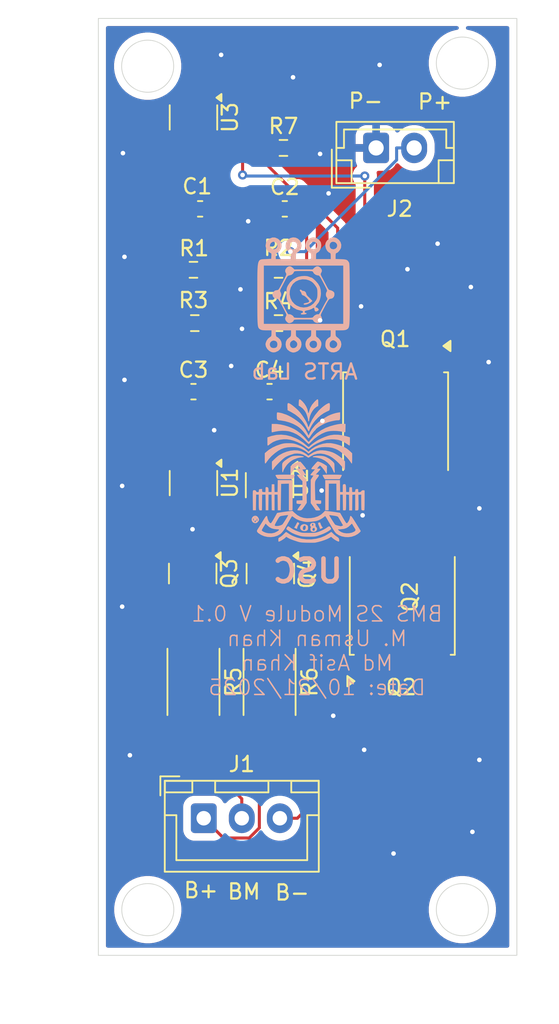
<source format=kicad_pcb>
(kicad_pcb (version 20241229) (generator "pcbnew") (generator_version "9.0")
  (layers (0 "F.Cu" signal) (2 "B.Cu" signal) (13 "F.Paste" user) (15 "B.Paste" user) (5 "F.SilkS" user "F.Silkscreen") (7 "B.SilkS" user "B.Silkscreen") (1 "F.Mask" user) (3 "B.Mask" user) (25 "Edge.Cuts" user))
  (net 0 "")
  (net 1 "Net-(J1-Pin_1)")
  (net 7 "GND")
  (net 8 "Net-(Q1-G)")
  (net 10 "Net-(J1-Pin_2)")
  (net 11 "Net-(Q3-S)")
  (net 12 "Net-(U3-IO3)")
  (net 13 "Net-(Q4-S)")
  (net 14 "Net-(U3-IO2)")
  (net 15 "Net-(U3-VP)")
  (net 16 "Net-(U1-GND)")
  (net 17 "Net-(U2-GND)")
  (net 18 "Net-(J1-Pin_3)")
  (net 19 "Net-(Q1-D)")
  (net 20 "Net-(Q2-D)")
  (net 21 "Net-(Q3-D)")
  (net 22 "Net-(Q4-D)")
  (footprint "Package_TO_SOT_SMD:SOT-23" (layer "F.Cu") (at 144.05 96.9375 -90)
    (property "Reference" "Q4" (at 0 -2.4 90) (layer "F.SilkS"))
    (property "Value" "PMOS")
    (pad "1" smd roundrect (at -0.9375 -0.95 270) (size 1.475 0.6) (layers "F.Cu" "F.Mask" "F.Paste") (net 22 "Net-(Q4-D)"))
    (pad "2" smd roundrect (at -0.9375 0.95 270) (size 1.475 0.6) (layers "F.Cu" "F.Mask" "F.Paste") (net 10 "Net-(J1-Pin_2)"))
    (pad "3" smd roundrect (at 0.9375 0 270) (size 1.475 0.6) (layers "F.Cu" "F.Mask" "F.Paste") (net 13 "Net-(Q4-S)"))
  )
  (footprint "Package_TO_SOT_SMD:SOT-23" (layer "F.Cu") (at 138.95 96.9375 -90)
    (property "Reference" "Q3" (at 0 -2.4 90) (layer "F.SilkS"))
    (property "Value" "PMOS")
    (pad "1" smd roundrect (at -0.9375 -0.95 270) (size 1.475 0.6) (layers "F.Cu" "F.Mask" "F.Paste") (net 21 "Net-(Q3-D)"))
    (pad "2" smd roundrect (at -0.9375 0.95 270) (size 1.475 0.6) (layers "F.Cu" "F.Mask" "F.Paste") (net 18 "Net-(J1-Pin_3)"))
    (pad "3" smd roundrect (at 0.9375 0 270) (size 1.475 0.6) (layers "F.Cu" "F.Mask" "F.Paste") (net 11 "Net-(Q3-S)"))
  )
  (footprint "Package_TO_SOT_SMD:SOT-23-6" (layer "F.Cu") (at 139 91 -90)
    (property "Reference" "U1" (at 0 -2.4 90) (layer "F.SilkS"))
    (property "Value" "SN74LVC2G14DBV")
    (pad "1" smd roundrect (at -1.1375 -0.95 270) (size 1.325 0.6) (layers "F.Cu" "F.Mask" "F.Paste"))
    (pad "2" smd roundrect (at -1.1375 0 270) (size 1.325 0.6) (layers "F.Cu" "F.Mask" "F.Paste") (net 16 "Net-(U1-GND)"))
    (pad "3" smd roundrect (at -1.1375 0.95 270) (size 1.325 0.6) (layers "F.Cu" "F.Mask" "F.Paste") (net 18 "Net-(J1-Pin_3)"))
    (pad "4" smd roundrect (at 1.1375 0.95 270) (size 1.325 0.6) (layers "F.Cu" "F.Mask" "F.Paste"))
    (pad "5" smd roundrect (at 1.1375 0 270) (size 1.325 0.6) (layers "F.Cu" "F.Mask" "F.Paste"))
    (pad "6" smd roundrect (at 1.1375 -0.95 270) (size 1.325 0.6) (layers "F.Cu" "F.Mask" "F.Paste") (net 21 "Net-(Q3-D)"))
  )
  (footprint "Capacitor_SMD:C_0603_1608Metric_Pad1.08x0.95mm_HandSolder" (layer "F.Cu") (at 139.4375 73)
    (property "Reference" "C1" (at -0.1947 -1.4736 0) (layer "F.SilkS"))
    (property "Value" "C")
    (pad "1" smd roundrect (at -0.8625 0) (size 1.075 0.95) (layers "F.Cu" "F.Mask" "F.Paste") (net 12 "Net-(U3-IO3)"))
    (pad "2" smd roundrect (at 0.8625 0) (size 1.075 0.95) (layers "F.Cu" "F.Mask" "F.Paste") (net 18 "Net-(J1-Pin_3)"))
  )
  (footprint "Resistor_SMD:R_2512_6332Metric_Pad1.40x3.35mm_HandSolder" (layer "F.Cu") (at 139 104.05 -90)
    (property "Reference" "R5" (at 0 -2.63 90) (layer "F.SilkS"))
    (property "Value" "68.5")
    (pad "1" smd roundrect (at -3.05 0 270) (size 1.4 3.35) (layers "F.Cu" "F.Mask" "F.Paste") (roundrect_rratio 0.178571) (net 11 "Net-(Q3-S)"))
    (pad "2" smd roundrect (at 3.05 0 270) (size 1.4 3.35) (layers "F.Cu" "F.Mask" "F.Paste") (roundrect_rratio 0.178571) (net 10 "Net-(J1-Pin_2)"))
  )
  (footprint "Package_TO_SOT_SMD:TO-252-2" (layer "F.Cu") (at 152.72 98.96 90)
    (property "Reference" "Q2" (at 0.5 0.5 90) (layer "F.SilkS"))
    (property "Value" "NMOS")
    (fp_text user "${REFERENCE}" (at -5.44 -0.07 0) (layer "F.SilkS"))
    (pad "1" smd roundrect (at -5.04 -2.28 90) (size 2.2 1.2) (layers "F.Cu" "F.Mask" "F.Paste") (roundrect_rratio 0.208333) (net 20 "Net-(Q2-D)"))
    (pad "2" smd roundrect (at 1.26 0 90) (size 6.4 5.8) (layers "F.Cu" "F.Mask") (roundrect_rratio 0.043103) (net 8 "Net-(Q1-G)"))
    (pad "3" smd roundrect (at -5.04 2.28 90) (size 2.2 1.2) (layers "F.Cu" "F.Mask" "F.Paste") (roundrect_rratio 0.208333) (net 18 "Net-(J1-Pin_3)"))
  )
  (footprint "Resistor_SMD:R_0603_1608Metric_Pad0.98x0.95mm_HandSolder" (layer "F.Cu") (at 144.9125 69)
    (property "Reference" "R7" (at 0 -1.43 0) (layer "F.SilkS"))
    (property "Value" "2k")
    (pad "1" smd roundrect (at -0.9125 0) (size 0.975 0.95) (layers "F.Cu" "F.Mask" "F.Paste") (net 14 "Net-(U3-IO2)"))
    (pad "2" smd roundrect (at 0.9125 0) (size 0.975 0.95) (layers "F.Cu" "F.Mask" "F.Paste") (net 7 "GND"))
  )
  (footprint "Capacitor_SMD:C_0603_1608Metric_Pad1.08x0.95mm_HandSolder" (layer "F.Cu") (at 144 85)
    (property "Reference" "C4" (at 0 -1.43 0) (layer "F.SilkS"))
    (property "Value" "C")
    (pad "1" smd roundrect (at -0.8625 0) (size 1.075 0.95) (layers "F.Cu" "F.Mask" "F.Paste") (net 10 "Net-(J1-Pin_2)"))
    (pad "2" smd roundrect (at 0.8625 0) (size 1.075 0.95) (layers "F.Cu" "F.Mask" "F.Paste") (net 17 "Net-(U2-GND)"))
  )
  (footprint "Capacitor_SMD:C_0603_1608Metric_Pad1.08x0.95mm_HandSolder" (layer "F.Cu") (at 145 73)
    (property "Reference" "C2" (at 0 -1.43 0) (layer "F.SilkS"))
    (property "Value" "C")
    (pad "1" smd roundrect (at -0.8625 0) (size 1.075 0.95) (layers "F.Cu" "F.Mask" "F.Paste") (net 15 "Net-(U3-VP)"))
    (pad "2" smd roundrect (at 0.8625 0) (size 1.075 0.95) (layers "F.Cu" "F.Mask" "F.Paste") (net 18 "Net-(J1-Pin_3)"))
  )
  (footprint "Resistor_SMD:R_0603_1608Metric_Pad0.98x0.95mm_HandSolder" (layer "F.Cu") (at 144.5875 77)
    (property "Reference" "R2" (at 0 -1.43 0) (layer "F.SilkS"))
    (property "Value" "330")
    (pad "1" smd roundrect (at -0.9125 0) (size 0.975 0.95) (layers "F.Cu" "F.Mask" "F.Paste") (net 15 "Net-(U3-VP)"))
    (pad "2" smd roundrect (at 0.9125 0) (size 0.975 0.95) (layers "F.Cu" "F.Mask" "F.Paste") (net 1 "Net-(J1-Pin_1)"))
  )
  (footprint "Resistor_SMD:R_0603_1608Metric_Pad0.98x0.95mm_HandSolder" (layer "F.Cu") (at 139 77)
    (property "Reference" "R1" (hide yes))
    (property "Value" "330")
    (pad "1" smd roundrect (at -0.9125 0) (size 0.975 0.95) (layers "F.Cu" "F.Mask" "F.Paste") (net 10 "Net-(J1-Pin_2)"))
    (pad "2" smd roundrect (at 0.9125 0) (size 0.975 0.95) (layers "F.Cu" "F.Mask" "F.Paste") (net 12 "Net-(U3-IO3)"))
  )
  (footprint "Resistor_SMD:R_2512_6332Metric_Pad1.40x3.35mm_HandSolder" (layer "F.Cu") (at 144 104.05 -90)
    (property "Reference" "R6" (at 0 -2.63 90) (layer "F.SilkS"))
    (property "Value" "68.5")
    (pad "1" smd roundrect (at -3.05 0 270) (size 1.4 3.35) (layers "F.Cu" "F.Mask" "F.Paste") (roundrect_rratio 0.178571) (net 13 "Net-(Q4-S)"))
    (pad "2" smd roundrect (at 3.05 0 270) (size 1.4 3.35) (layers "F.Cu" "F.Mask" "F.Paste") (roundrect_rratio 0.178571) (net 1 "Net-(J1-Pin_1)"))
  )
  (footprint "Connector_JST:JST_EH_B2B-EH-A_1x02_P2.50mm_Vertical" (layer "F.Cu") (at 151 69)
    (property "Reference" "J2" (at 1.5524 3.9996 0) (layer "F.SilkS"))
    (property "Value" "Conn_01x02_Pin" (hide yes))
    (pad "1" thru_hole roundrect (at 0 0) (size 1.7 2) (drill 1) (layers "*.Cu" "*.Mask") (roundrect_rratio 0.147059) (net 7 "GND"))
    (pad "2" thru_hole oval (at 2.5 0) (size 1.7 2) (drill 1) (layers "*.Cu" "*.Mask") (net 1 "Net-(J1-Pin_1)"))
  )
  (footprint "Capacitor_SMD:C_0603_1608Metric_Pad1.08x0.95mm_HandSolder" (layer "F.Cu") (at 139 85)
    (property "Reference" "C3" (at 0 -1.43 0) (layer "F.SilkS"))
    (property "Value" "C")
    (pad "1" smd roundrect (at -0.8625 0) (size 1.075 0.95) (layers "F.Cu" "F.Mask" "F.Paste") (net 18 "Net-(J1-Pin_3)"))
    (pad "2" smd roundrect (at 0.8625 0) (size 1.075 0.95) (layers "F.Cu" "F.Mask" "F.Paste") (net 16 "Net-(U1-GND)"))
  )
  (footprint "Package_TO_SOT_SMD:SOT-23-6" (layer "F.Cu") (at 139 67 -90)
    (property "Reference" "U3" (at 0 -2.4 90) (layer "F.SilkS"))
    (property "Value" "CDSOT236-0504C")
    (pad "1" smd roundrect (at -1.1375 -0.95 270) (size 1.325 0.6) (layers "F.Cu" "F.Mask" "F.Paste") (net 20 "Net-(Q2-D)"))
    (pad "2" smd roundrect (at -1.1375 0 270) (size 1.325 0.6) (layers "F.Cu" "F.Mask" "F.Paste") (net 19 "Net-(Q1-D)"))
    (pad "3" smd roundrect (at -1.1375 0.95 270) (size 1.325 0.6) (layers "F.Cu" "F.Mask" "F.Paste") (net 14 "Net-(U3-IO2)"))
    (pad "4" smd roundrect (at 1.1375 0.95 270) (size 1.325 0.6) (layers "F.Cu" "F.Mask" "F.Paste") (net 12 "Net-(U3-IO3)"))
    (pad "5" smd roundrect (at 1.1375 0 270) (size 1.325 0.6) (layers "F.Cu" "F.Mask" "F.Paste") (net 15 "Net-(U3-VP)"))
    (pad "6" smd roundrect (at 1.1375 -0.95 270) (size 1.325 0.6) (layers "F.Cu" "F.Mask" "F.Paste") (net 18 "Net-(J1-Pin_3)"))
  )
  (footprint "Connector_JST:JST_XH_B3B-XH-A_1x03_P2.50mm_Vertical" (layer "F.Cu") (at 139.675 113)
    (property "Reference" "J1" (at 2.5 -3.55 0) (layer "F.SilkS"))
    (property "Value" "Conn_01x03_Pin" (hide yes))
    (pad "1" thru_hole roundrect (at 0 0) (size 1.7 1.95) (drill 0.95) (layers "*.Cu" "*.Mask") (roundrect_rratio 0.147059) (net 1 "Net-(J1-Pin_1)"))
    (pad "2" thru_hole oval (at 2.5 0) (size 1.7 1.95) (drill 0.95) (layers "*.Cu" "*.Mask") (net 10 "Net-(J1-Pin_2)"))
    (pad "3" thru_hole oval (at 5 0) (size 1.7 1.95) (drill 0.95) (layers "*.Cu" "*.Mask") (net 18 "Net-(J1-Pin_3)"))
  )
  (footprint "Resistor_SMD:R_0603_1608Metric_Pad0.98x0.95mm_HandSolder" (layer "F.Cu") (at 139.0875 80.5)
    (property "Reference" "R3" (at -0.0875 -1.5 0) (layer "F.SilkS"))
    (property "Value" "101")
    (pad "1" smd roundrect (at -0.9125 0) (size 0.975 0.95) (layers "F.Cu" "F.Mask" "F.Paste") (net 16 "Net-(U1-GND)"))
    (pad "2" smd roundrect (at 0.9125 0) (size 0.975 0.95) (layers "F.Cu" "F.Mask" "F.Paste") (net 10 "Net-(J1-Pin_2)"))
  )
  (footprint "Package_TO_SOT_SMD:TO-252-2" (layer "F.Cu") (at 152.28 87.04 -90)
    (property "Reference" "Q1" (at -5.49 0.03 0) (layer "F.SilkS"))
    (property "Value" "NMOS")
    (pad "1" smd roundrect (at -5.04 -2.28 270) (size 2.2 1.2) (layers "F.Cu" "F.Mask" "F.Paste") (roundrect_rratio 0.208333) (net 19 "Net-(Q1-D)"))
    (pad "2" smd roundrect (at 1.26 0 270) (size 6.4 5.8) (layers "F.Cu" "F.Mask") (roundrect_rratio 0.043103) (net 8 "Net-(Q1-G)"))
    (pad "3" smd roundrect (at -5.04 2.28 270) (size 2.2 1.2) (layers "F.Cu" "F.Mask" "F.Paste") (roundrect_rratio 0.208333) (net 7 "GND"))
  )
  (footprint "Resistor_SMD:R_0603_1608Metric_Pad0.98x0.95mm_HandSolder" (layer "F.Cu") (at 144.5875 80.5)
    (property "Reference" "R4" (at 0 -1.43 0) (layer "F.SilkS"))
    (property "Value" "101")
    (pad "1" smd roundrect (at -0.9125 0) (size 0.975 0.95) (layers "F.Cu" "F.Mask" "F.Paste") (net 17 "Net-(U2-GND)"))
    (pad "2" smd roundrect (at 0.9125 0) (size 0.975 0.95) (layers "F.Cu" "F.Mask" "F.Paste") (net 1 "Net-(J1-Pin_1)"))
  )
  (footprint "Package_TO_SOT_SMD:SOT-23-6" (layer "F.Cu") (at 144 91.1375 -90)
    (property "Reference" "U2" (at -0.1375 -2 90) (layer "F.SilkS"))
    (property "Value" "SN74LVC2G14DBV")
    (pad "1" smd roundrect (at -1.1375 -0.95 270) (size 1.325 0.6) (layers "F.Cu" "F.Mask" "F.Paste"))
    (pad "2" smd roundrect (at -1.1375 0 270) (size 1.325 0.6) (layers "F.Cu" "F.Mask" "F.Paste") (net 17 "Net-(U2-GND)"))
    (pad "3" smd roundrect (at -1.1375 0.95 270) (size 1.325 0.6) (layers "F.Cu" "F.Mask" "F.Paste") (net 10 "Net-(J1-Pin_2)"))
    (pad "4" smd roundrect (at 1.1375 0.95 270) (size 1.325 0.6) (layers "F.Cu" "F.Mask" "F.Paste"))
    (pad "5" smd roundrect (at 1.1375 0 270) (size 1.325 0.6) (layers "F.Cu" "F.Mask" "F.Paste"))
    (pad "6" smd roundrect (at 1.1375 -0.95 270) (size 1.325 0.6) (layers "F.Cu" "F.Mask" "F.Paste") (net 22 "Net-(Q4-D)"))
  )
  (footprint "LOGO" (layer "B.Cu") (at 146.304 78.6892)
    (property "Reference" "ARTS Lab" (at 0 5 0) (layer "B.SilkS") (effects (justify mirror)))
    (property "Value" "LOGO" (hide yes))
  )
  (footprint "LOGO" (layer "B.Cu") (at 146.5072 90.2716 180)
    (property "Reference" "USC" (at 0 -6.5 0) (layer "B.SilkS") (effects (font (size 1.5 1.5) (thickness 0.3)) (justify mirror)))
    (property "Value" "UofSC" (hide yes))
  )
  (gr_circle (center 136 119) (end 135.1788 117.5004) (stroke (width 0.05)) (fill no) (layer "Edge.Cuts"))
  (gr_rect (start 132.75 60.5) (end 160.25 122) (stroke (width 0.05)) (fill no) (layer "Edge.Cuts"))
  (gr_circle (center 156.6672 119) (end 155.846 117.5004) (stroke (width 0.05)) (fill no) (layer "Edge.Cuts"))
  (gr_circle (center 156.6672 63.431728) (end 155.846 61.932128) (stroke (width 0.05)) (fill no) (layer "Edge.Cuts"))
  (gr_circle (center 135.9916 63.634928) (end 135.1704 62.135328) (stroke (width 0.05)) (fill no) (layer "Edge.Cuts"))
  (gr_text "B-" (at 144.272 118.4656 0) (layer "F.SilkS") (effects (font (size 1 1)) (justify left bottom)))
  (gr_text "P-" (at 149.1 66.5 0) (layer "F.SilkS") (effects (font (size 1 1)) (justify left bottom)))
  (gr_text "R1" (at 139.0396 75.5904 0) (layer "F.SilkS") (effects (font (size 1 1))))
  (gr_text "P+" (at 153.65 66.55 0) (layer "F.SilkS") (effects (font (size 1 1)) (justify left bottom)))
  (gr_text "BM" (at 141.15 118.4 0) (layer "F.SilkS") (effects (font (size 1 1)) (justify left bottom)))
  (gr_text "B+" (at 138.2776 118.3132 0) (layer "F.SilkS") (effects (font (size 1 1)) (justify left bottom)))
  (gr_text "BMS 2S Module V 0.1\nM. Usman Khan\nMd Asif Khan\nDate: 10/21/2025" (at 147.1168 105.0036 0) (layer "B.SilkS") (effects (font (size 1 1) (thickness 0.1)) (justify bottom mirror)))
  (segment (start 143.3283 113.633) (end 143.3283 107.7717) (width 0.2) (layer "F.Cu") (net 1))
  (segment (start 143.3283 107.7717) (end 144 107.1) (width 0.2) (layer "F.Cu") (net 1))
  (segment (start 145.5 77) (end 145.5 80.5) (width 0.2) (layer "F.Cu") (net 1))
  (segment (start 145.5 80.5) (end 146.0102 81.0102) (width 0.2) (layer "F.Cu") (net 1))
  (segment (start 142.6635 114.2978) (end 143.3283 113.633) (width 0.2) (layer "F.Cu") (net 1))
  (segment (start 146.0102 105.0898) (end 144 107.1) (width 0.2) (layer "F.Cu") (net 1))
  (segment (start 146.0102 81.0102) (end 146.0102 105.0898) (width 0.2) (layer "F.Cu") (net 1))
  (segment (start 139.675 113) (end 140.9728 114.2978) (width 0.2) (layer "F.Cu") (net 1))
  (segment (start 140.9728 114.2978) (end 142.6635 114.2978) (width 0.2) (layer "F.Cu") (net 1))
  (segment (start 145.5 75.9384) (end 145.5 77) (width 0.2) (layer "F.Cu") (net 1))
  (segment (start 145.3688 75.8072) (end 145.5 75.9384) (width 0.2) (layer "F.Cu") (net 1))
  (via (at 145.3688 75.8072) (size 0.6) (drill 0.3) (layers "F.Cu" "B.Cu") (net 1))
  (segment (start 152.3483 69.7918) (end 146.3329 75.8072) (width 0.2) (layer "B.Cu") (net 1))
  (segment (start 152.3483 69) (end 152.3483 69.7918) (width 0.2) (layer "B.Cu") (net 1))
  (segment (start 146.3329 75.8072) (end 145.3688 75.8072) (width 0.2) (layer "B.Cu") (net 1))
  (segment (start 153.5 69) (end 152.3483 69) (width 0.2) (layer "B.Cu") (net 1))
  (via (at 157.226 78.1304) (size 0.6) (drill 0.3) (layers "F.Cu" "B.Cu") (net 7))
  (via (at 134.4676 76.1492) (size 0.6) (drill 0.3) (layers "F.Cu" "B.Cu") (net 7))
  (via (at 138.938 94.0308) (size 0.6) (drill 0.3) (layers "F.Cu" "B.Cu") (net 7))
  (via (at 134.366 69.342) (size 0.6) (drill 0.3) (layers "F.Cu" "B.Cu") (net 7))
  (via (at 155.0416 75.2856) (size 0.6) (drill 0.3) (layers "F.Cu" "B.Cu") (net 7))
  (via (at 153.0604 76.962) (size 0.6) (drill 0.3) (layers "F.Cu" "B.Cu") (net 7))
  (via (at 134.8232 108.8644) (size 0.6) (drill 0.3) (layers "F.Cu" "B.Cu") (net 7))
  (via (at 134.4676 84.2264) (size 0.6) (drill 0.3) (layers "F.Cu" "B.Cu") (net 7))
  (via (at 142.0876 78.2828) (size 0.6) (drill 0.3) (layers "F.Cu" "B.Cu") (net 7))
  (via (at 140.3604 87.5284) (size 0.6) (drill 0.3) (layers "F.Cu" "B.Cu") (net 7))
  (via (at 152.146 115.316) (size 0.6) (drill 0.3) (layers "F.Cu" "B.Cu") (net 7))
  (via (at 151.2316 63.5508) (size 0.6) (drill 0.3) (layers "F.Cu" "B.Cu") (net 7))
  (via (at 147.32 80.3148) (size 0.6) (drill 0.3) (layers "F.Cu" "B.Cu") (net 7))
  (via (at 150.114 93.1164) (size 0.6) (drill 0.3) (layers "F.Cu" "B.Cu") (net 7))
  (via (at 150.2156 108.5088) (size 0.6) (drill 0.3) (layers "F.Cu" "B.Cu") (net 7))
  (via (at 147.4724 86.9188) (size 0.6) (drill 0.3) (layers "F.Cu" "B.Cu") (net 7))
  (via (at 145.542 64.3636) (size 0.6) (drill 0.3) (layers "F.Cu" "B.Cu") (net 7))
  (via (at 158.3944 83.058) (size 0.6) (drill 0.3) (layers "F.Cu" "B.Cu") (net 7))
  (via (at 157.7848 109.1692) (size 0.6) (drill 0.3) (layers "F.Cu" "B.Cu") (net 7))
  (via (at 141.478 83.312) (size 0.6) (drill 0.3) (layers "F.Cu" "B.Cu") (net 7))
  (via (at 150.0124 79.4004) (size 0.6) (drill 0.3) (layers "F.Cu" "B.Cu") (net 7))
  (via (at 157.3276 113.8936) (size 0.6) (drill 0.3) (layers "F.Cu" "B.Cu") (net 7))
  (via (at 142.5956 73.8124) (size 0.6) (drill 0.3) (layers "F.Cu" "B.Cu") (net 7))
  (via (at 142.1892 80.8736) (size 0.6) (drill 0.3) (layers "F.Cu" "B.Cu") (net 7))
  (via (at 147.32 69.3928) (size 0.6) (drill 0.3) (layers "F.Cu" "B.Cu") (net 7))
  (via (at 140.8176 62.8904) (size 0.6) (drill 0.3) (layers "F.Cu" "B.Cu") (net 7))
  (via (at 134.3152 91.186) (size 0.6) (drill 0.3) (layers "F.Cu" "B.Cu") (net 7))
  (via (at 147.4216 91.4908) (size 0.6) (drill 0.3) (layers "F.Cu" "B.Cu") (net 7))
  (via (at 157.7848 92.6592) (size 0.6) (drill 0.3) (layers "F.Cu" "B.Cu") (net 7))
  (via (at 148.1836 106.2736) (size 0.6) (drill 0.3) (layers "F.Cu" "B.Cu") (net 7))
  (via (at 147.8788 71.9836) (size 0.6) (drill 0.3) (layers "F.Cu" "B.Cu") (net 7))
  (via (at 134.3152 99.1108) (size 0.6) (drill 0.3) (layers "F.Cu" "B.Cu") (net 7))
  (segment (start 152.72 97.7) (end 152.28 97.26) (width 0.2) (layer "F.Cu") (net 8))
  (segment (start 152.28 97.26) (end 152.28 88.3) (width 0.2) (layer "F.Cu") (net 8))
  (segment (start 143.05 85.0898) (end 143.05 83.55) (width 0.2) (layer "F.Cu") (net 10))
  (segment (start 142.175 113) (end 142.175 111.7233) (width 0.2) (layer "F.Cu") (net 10))
  (segment (start 143.1 96) (end 141.5001 97.5999) (width 0.2) (layer "F.Cu") (net 10))
  (segment (start 142.4243 95.3243) (end 143.1 96) (width 0.2) (layer "F.Cu") (net 10))
  (segment (start 141.5001 111.0484) (end 142.175 111.7233) (width 0.2) (layer "F.Cu") (net 10))
  (segment (start 138.0875 77) (end 140 78.9125) (width 0.2) (layer "F.Cu") (net 10))
  (segment (start 140 78.9125) (end 140 80.5) (width 0.2) (layer "F.Cu") (net 10))
  (segment (start 143.05 85.0875) (end 143.1375 85) (width 0.2) (layer "F.Cu") (net 10))
  (segment (start 143.05 85.0898) (end 143.05 85.0875) (width 0.2) (layer "F.Cu") (net 10))
  (segment (start 143.05 83.55) (end 140 80.5) (width 0.2) (layer "F.Cu") (net 10))
  (segment (start 141.5001 107.1) (end 139 107.1) (width 0.2) (layer "F.Cu") (net 10))
  (segment (start 141.5001 97.5999) (end 141.5001 107.1) (width 0.2) (layer "F.Cu") (net 10))
  (segment (start 143.05 90) (end 143.05 85.0898) (width 0.2) (layer "F.Cu") (net 10))
  (segment (start 143.05 90) (end 142.4243 90.6257) (width 0.2) (layer "F.Cu") (net 10))
  (segment (start 142.4243 90.6257) (end 142.4243 95.3243) (width 0.2) (layer "F.Cu") (net 10))
  (segment (start 141.5001 107.1) (end 141.5001 111.0484) (width 0.2) (layer "F.Cu") (net 10))
  (segment (start 138.95 97.875) (end 139 97.925) (width 0.2) (layer "F.Cu") (net 11))
  (segment (start 139 97.925) (end 139 101) (width 0.2) (layer "F.Cu") (net 11))
  (segment (start 138.575 75.6625) (end 139.9125 77) (width 0.2) (layer "F.Cu") (net 12))
  (segment (start 138.575 73) (end 138.575 75.6625) (width 0.2) (layer "F.Cu") (net 12))
  (segment (start 138.05 72.475) (end 138.05 68.1375) (width 0.2) (layer "F.Cu") (net 12))
  (segment (start 138.575 73) (end 138.05 72.475) (width 0.2) (layer "F.Cu") (net 12))
  (segment (start 144.05 100.95) (end 144.05 97.875) (width 0.2) (layer "F.Cu") (net 13))
  (segment (start 144 101) (end 144.05 100.95) (width 0.2) (layer "F.Cu") (net 13))
  (segment (start 144 68.5823) (end 140.3094 64.8917) (width 0.2) (layer "F.Cu") (net 14))
  (segment (start 144 69) (end 144 68.5823) (width 0.2) (layer "F.Cu") (net 14))
  (segment (start 138.6549 64.8917) (end 138.05 65.4966) (width 0.2) (layer "F.Cu") (net 14))
  (segment (start 140.3094 64.8917) (end 138.6549 64.8917) (width 0.2) (layer "F.Cu") (net 14))
  (segment (start 138.05 65.4966) (end 138.05 65.8625) (width 0.2) (layer "F.Cu") (net 14))
  (segment (start 144.1375 76.5375) (end 143.675 77) (width 0.2) (layer "F.Cu") (net 15))
  (segment (start 143.675 77) (end 142.9812 77) (width 0.2) (layer "F.Cu") (net 15))
  (segment (start 139 71.8747) (end 139 68.1375) (width 0.2) (layer "F.Cu") (net 15))
  (segment (start 139.4375 72.3122) (end 139 71.8747) (width 0.2) (layer "F.Cu") (net 15))
  (segment (start 144.1375 73) (end 144.1375 76.5375) (width 0.2) (layer "F.Cu") (net 15))
  (segment (start 139.4375 73.4563) (end 139.4375 72.3122) (width 0.2) (layer "F.Cu") (net 15))
  (segment (start 142.9812 77) (end 139.4375 73.4563) (width 0.2) (layer "F.Cu") (net 15))
  (segment (start 138.175 80.5) (end 139.8625 82.1875) (width 0.2) (layer "F.Cu") (net 16))
  (segment (start 139 85.8625) (end 139.8625 85) (width 0.2) (layer "F.Cu") (net 16))
  (segment (start 139 89.8625) (end 139 85.8625) (width 0.2) (layer "F.Cu") (net 16))
  (segment (start 139.8625 82.1875) (end 139.8625 85) (width 0.2) (layer "F.Cu") (net 16))
  (segment (start 144 85.254) (end 144.254 85) (width 0.2) (layer "F.Cu") (net 17))
  (segment (start 144.254 81.079) (end 143.675 80.5) (width 0.2) (layer "F.Cu") (net 17))
  (segment (start 144 90) (end 144 85.254) (width 0.2) (layer "F.Cu") (net 17))
  (segment (start 144.254 85) (end 144.8625 85) (width 0.2) (layer "F.Cu") (net 17))
  (segment (start 144.254 85) (end 144.254 81.079) (width 0.2) (layer "F.Cu") (net 17))
  (segment (start 139.95 68.1375) (end 140.3 68.4875) (width 0.2) (layer "F.Cu") (net 18))
  (segment (start 137.7104 67.1235) (end 137.2759 67.558) (width 0.2) (layer "F.Cu") (net 18))
  (segment (start 138.05 86.6738) (end 138.05 87.4337) (width 0.2) (layer "F.Cu") (net 18))
  (segment (start 138.05 85.4398) (end 138.05 85.4811) (width 0.2) (layer "F.Cu") (net 18))
  (segment (start 147.0034 111.8166) (end 146.56 112.26) (width 0.2) (layer "F.Cu") (net 18))
  (segment (start 138.05 85.4811) (end 138.05 85.7815) (width 0.2) (layer "F.Cu") (net 18))
  (segment (start 139.95 67.7427) (end 139.3308 67.1235) (width 0.2) (layer "F.Cu") (net 18))
  (segment (start 153.425 111.8166) (end 147.0034 111.8166) (width 0.2) (layer "F.Cu") (net 18))
  (segment (start 138.05 85.7815) (end 138.05 86.6738) (width 0.2) (layer "F.Cu") (net 18))
  (segment (start 138.05 87.475) (end 138.05 89.8625) (width 0.2) (layer "F.Cu") (net 18))
  (segment (start 145.0674 72.2049) (end 145.8625 73) (width 0.2) (layer "F.Cu") (net 18))
  (segment (start 137.2759 67.558) (end 137.2759 84.1384) (width 0.2) (layer "F.Cu") (net 18))
  (segment (start 145.8267 113) (end 146.4362 112.3905) (width 0.2) (layer "F.Cu") (net 18))
  (segment (start 138.05 85.0875) (end 138.05 85.4398) (width 0.2) (layer "F.Cu") (net 18))
  (segment (start 155 110.2416) (end 153.425 111.8166) (width 0.2) (layer "F.Cu") (net 18))
  (segment (start 155 104) (end 155 110.2416) (width 0.2) (layer "F.Cu") (net 18))
  (segment (start 144.675 113) (end 145.8267 113) (width 0.2) (layer "F.Cu") (net 18))
  (segment (start 138.05 87.4337) (end 138.05 87.475) (width 0.2) (layer "F.Cu") (net 18))
  (segment (start 146.4362 73.5737) (end 145.8625 73) (width 0.2) (layer "F.Cu") (net 18))
  (segment (start 140.3 72.2049) (end 140.3 73) (width 0.2) (layer "F.Cu") (net 18))
  (segment (start 139.95 68.1375) (end 139.95 67.7427) (width 0.2) (layer "F.Cu") (net 18))
  (segment (start 138 96) (end 137.3941 95.3941) (width 0.2) (layer "F.Cu") (net 18))
  (segment (start 140.3 68.4875) (end 140.3 72.2049) (width 0.2) (layer "F.Cu") (net 18))
  (segment (start 146.4362 112.3905) (end 146.4362 73.5737) (width 0.2) (layer "F.Cu") (net 18))
  (segment (start 139.3308 67.1235) (end 137.7104 67.1235) (width 0.2) (layer "F.Cu") (net 18))
  (segment (start 137.3941 95.3941) (end 137.3941 90.5184) (width 0.2) (layer "F.Cu") (net 18))
  (segment (start 140.3 72.2049) (end 145.0674 72.2049) (width 0.2) (layer "F.Cu") (net 18))
  (segment (start 138.1375 85) (end 138.05 85.0875) (width 0.2) (layer "F.Cu") (net 18))
  (segment (start 137.2759 84.1384) (end 138.1375 85) (width 0.2) (layer "F.Cu") (net 18))
  (segment (start 137.3941 90.5184) (end 138.05 89.8625) (width 0.2) (layer "F.Cu") (net 18))
  (segment (start 142.2282 70.7763) (end 142.2282 69.1135) (width 0.2) (layer "F.Cu") (net 19))
  (segment (start 139 66.2197) (end 139 65.8625) (width 0.2) (layer "F.Cu") (net 19))
  (segment (start 139.9219 67.1416) (end 139 66.2197) (width 0.2) (layer "F.Cu") (net 19))
  (segment (start 140.2563 67.1416) (end 139.9219 67.1416) (width 0.2) (layer "F.Cu") (net 19))
  (segment (start 142.2282 69.1135) (end 140.2563 67.1416) (width 0.2) (layer "F.Cu") (net 19))
  (segment (start 154.56 82) (end 150.2548 77.6948) (width 0.2) (layer "F.Cu") (net 19))
  (segment (start 150.2548 77.6948) (end 150.2548 70.8444) (width 0.2) (layer "F.Cu") (net 19))
  (via (at 142.2282 70.7763) (size 0.6) (drill 0.3) (layers "F.Cu" "B.Cu") (net 19))
  (via (at 150.2548 70.8444) (size 0.6) (drill 0.3) (layers "F.Cu" "B.Cu") (net 19))
  (segment (start 150.2548 70.8444) (end 142.2963 70.8444) (width 0.2) (layer "B.Cu") (net 19))
  (segment (start 142.2963 70.8444) (end 142.2282 70.7763) (width 0.2) (layer "B.Cu") (net 19))
  (segment (start 139.95 66.227) (end 145.3684 71.6454) (width 0.2) (layer "F.Cu") (net 20))
  (segment (start 145.8602 71.6454) (end 148.475 74.2602) (width 0.2) (layer "F.Cu") (net 20))
  (segment (start 148.475 74.2602) (end 148.475 102.035) (width 0.2) (layer "F.Cu") (net 20))
  (segment (start 145.3684 71.6454) (end 145.8602 71.6454) (width 0.2) (layer "F.Cu") (net 20))
  (segment (start 148.475 102.035) (end 150.44 104) (width 0.2) (layer "F.Cu") (net 20))
  (segment (start 139.95 65.8625) (end 139.95 66.227) (width 0.2) (layer "F.Cu") (net 20))
  (segment (start 139.95 95.95) (end 139.95 92.1375) (width 0.2) (layer "F.Cu") (net 21))
  (segment (start 139.9 96) (end 139.95 95.95) (width 0.2) (layer "F.Cu") (net 21))
  (segment (start 144.95 95.95) (end 144.95 92.275) (width 0.2) (layer "F.Cu") (net 22))
  (segment (start 145 96) (end 144.95 95.95) (width 0.2) (layer "F.Cu") (net 22))
  (zone (net 7) (net_name "GND") (layer "F.Cu") (priority 1) (connect_pads (clearance 0.5)) (min_thickness 0.25) (fill yes (thermal_gap 0.5) (thermal_bridge_width 0.5))
    (polygon (pts (xy 127.2032 63.9064) (xy 148.1328 63.5508) (xy 147.574 109.0168) (xy 126.2888 108.3056) (xy 127.1524 63.9064) (xy 127.254 63.9064)))
  )
  (zone (net 7) (net_name "GND") (layers "F.Cu" "B.Cu") (connect_pads (clearance 0.5)) (min_thickness 0.25) (fill yes (thermal_gap 0.5) (thermal_bridge_width 0.5))
    (polygon (pts (xy 131.15 59.39) (xy 163.04 59.29) (xy 162.83 126.15) (xy 130.51 126.5)))
  )
)
</source>
